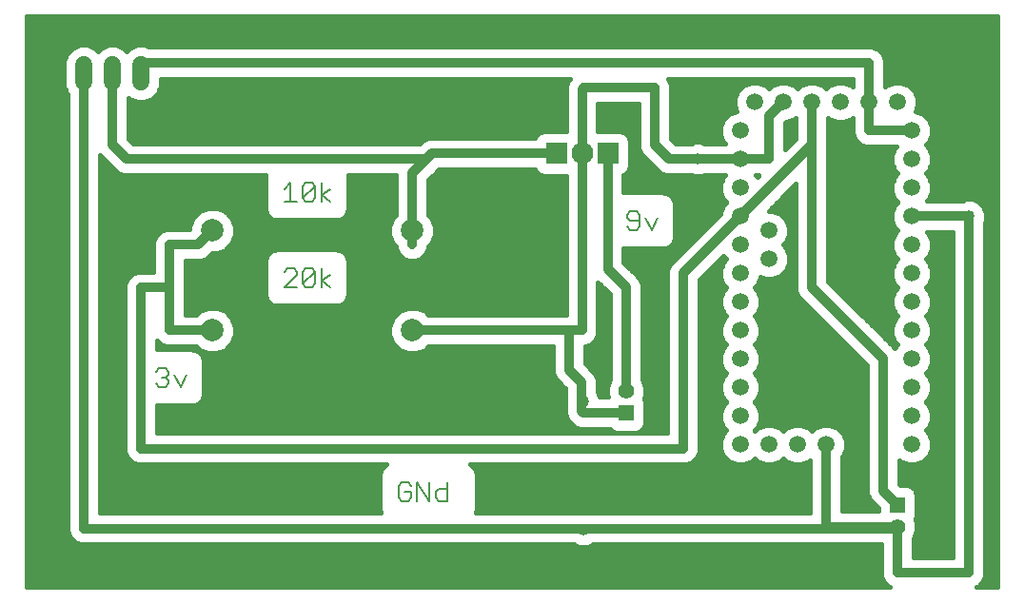
<source format=gbl>
G75*
%MOIN*%
%OFA0B0*%
%FSLAX24Y24*%
%IPPOS*%
%LPD*%
%AMOC8*
5,1,8,0,0,1.08239X$1,22.5*
%
%ADD10C,0.0060*%
%ADD11C,0.0787*%
%ADD12R,0.0760X0.0760*%
%ADD13C,0.0760*%
%ADD14C,0.0600*%
%ADD15C,0.0594*%
%ADD16R,0.0560X0.0560*%
%ADD17C,0.0560*%
%ADD18C,0.0320*%
%ADD19C,0.0160*%
%ADD20C,0.0100*%
%ADD21C,0.0298*%
%ADD22C,0.0400*%
D10*
X004817Y007210D02*
X004710Y007317D01*
X004817Y007210D02*
X005030Y007210D01*
X005137Y007317D01*
X005137Y007424D01*
X005030Y007530D01*
X004924Y007530D01*
X005030Y007530D02*
X005137Y007637D01*
X005137Y007744D01*
X005030Y007851D01*
X004817Y007851D01*
X004710Y007744D01*
X005355Y007637D02*
X005568Y007210D01*
X005782Y007637D01*
X009210Y010710D02*
X009637Y010710D01*
X009855Y010817D02*
X009961Y010710D01*
X010175Y010710D01*
X010282Y010817D01*
X010282Y011244D01*
X009855Y010817D01*
X009855Y011244D01*
X009961Y011351D01*
X010175Y011351D01*
X010282Y011244D01*
X010499Y011351D02*
X010499Y010710D01*
X010499Y010924D02*
X010819Y011137D01*
X010499Y010924D02*
X010819Y010710D01*
X009637Y011137D02*
X009637Y011244D01*
X009530Y011351D01*
X009317Y011351D01*
X009210Y011244D01*
X009637Y011137D02*
X009210Y010710D01*
X009210Y013710D02*
X009637Y013710D01*
X009424Y013710D02*
X009424Y014351D01*
X009210Y014137D01*
X009855Y014244D02*
X009855Y013817D01*
X010282Y014244D01*
X010282Y013817D01*
X010175Y013710D01*
X009961Y013710D01*
X009855Y013817D01*
X009855Y014244D02*
X009961Y014351D01*
X010175Y014351D01*
X010282Y014244D01*
X010499Y014351D02*
X010499Y013710D01*
X010499Y013924D02*
X010819Y014137D01*
X010499Y013924D02*
X010819Y013710D01*
X021210Y013244D02*
X021210Y013137D01*
X021317Y013030D01*
X021637Y013030D01*
X021637Y012817D02*
X021637Y013244D01*
X021530Y013351D01*
X021317Y013351D01*
X021210Y013244D01*
X021210Y012817D02*
X021317Y012710D01*
X021530Y012710D01*
X021637Y012817D01*
X021855Y013137D02*
X022068Y012710D01*
X022282Y013137D01*
X014926Y003851D02*
X014926Y003210D01*
X014606Y003210D01*
X014499Y003317D01*
X014499Y003530D01*
X014606Y003637D01*
X014926Y003637D01*
X014282Y003851D02*
X014282Y003210D01*
X013855Y003851D01*
X013855Y003210D01*
X013637Y003317D02*
X013637Y003530D01*
X013424Y003530D01*
X013637Y003317D02*
X013530Y003210D01*
X013317Y003210D01*
X013210Y003317D01*
X013210Y003744D01*
X013317Y003851D01*
X013530Y003851D01*
X013637Y003744D01*
D11*
X013680Y009180D03*
X013680Y012680D03*
X006680Y012680D03*
X006680Y009180D03*
D12*
X018730Y015380D03*
X020530Y015380D03*
D13*
X019630Y015380D03*
D14*
X004180Y017880D02*
X004180Y018480D01*
X003180Y018480D02*
X003180Y017880D01*
X002180Y017880D02*
X002180Y018480D01*
D15*
X025180Y016180D03*
X025680Y017180D03*
X026680Y017180D03*
X027680Y017180D03*
X028680Y017180D03*
X029680Y017180D03*
X030680Y017180D03*
X031180Y016180D03*
X031180Y015180D03*
X031180Y014180D03*
X031180Y013180D03*
X031180Y012180D03*
X031180Y011180D03*
X031180Y010180D03*
X031180Y009180D03*
X031180Y008180D03*
X031180Y007180D03*
X031180Y006180D03*
X031180Y005180D03*
X028180Y005180D03*
X027180Y005180D03*
X026180Y005180D03*
X025180Y005180D03*
X025180Y006180D03*
X025180Y007180D03*
X025180Y008180D03*
X025180Y009180D03*
X025180Y010180D03*
X025180Y011180D03*
X026180Y011680D03*
X025180Y012180D03*
X026180Y012680D03*
X025180Y013180D03*
X025180Y014180D03*
X025180Y015180D03*
D16*
X021180Y006286D03*
X030680Y003074D03*
D17*
X030680Y002286D03*
X021180Y007074D03*
D18*
X021180Y010680D01*
X020530Y011330D01*
X020530Y015380D01*
X019630Y015380D02*
X019630Y009180D01*
X019180Y009180D01*
X019180Y007802D01*
X019620Y007362D01*
X019620Y006346D01*
X019680Y006286D01*
X021180Y006286D01*
X023180Y005042D02*
X004180Y005042D01*
X004180Y010680D01*
X005180Y010680D01*
X005180Y012180D01*
X006180Y012180D01*
X006680Y012680D01*
X005180Y010680D02*
X005180Y009180D01*
X006680Y009180D01*
X013680Y009180D02*
X019180Y009180D01*
X023180Y011180D02*
X023180Y005042D01*
X028180Y005180D02*
X028180Y002286D01*
X030680Y002286D01*
X030680Y000680D01*
X033180Y000680D01*
X033180Y013180D01*
X031180Y013180D01*
X027680Y015680D02*
X025180Y013180D01*
X023180Y011180D01*
X027680Y010680D02*
X030180Y008180D01*
X030180Y003574D01*
X030680Y003074D01*
X030680Y002286D02*
X030680Y002240D01*
X002180Y002240D01*
X002180Y018180D01*
X003180Y018180D02*
X003180Y015680D01*
X003680Y015180D01*
X014180Y015180D01*
X013680Y014680D01*
X013680Y012680D01*
X013680Y012180D01*
X014180Y015180D02*
X014380Y015380D01*
X018730Y015380D01*
X019630Y015380D02*
X019630Y017630D01*
X019680Y017680D01*
X022180Y017680D01*
X022180Y015680D01*
X022680Y015180D01*
X023680Y015180D01*
X026180Y015180D01*
X026180Y016680D01*
X026680Y017180D01*
X027680Y017180D02*
X027680Y015680D01*
X029680Y016180D02*
X029680Y017180D01*
X029680Y018569D01*
X004180Y018569D01*
X004180Y018180D01*
X027680Y017180D02*
X027680Y010680D01*
X029680Y016180D02*
X031180Y016180D01*
D19*
X030424Y000180D02*
X000180Y000180D01*
X030424Y000180D01*
X030363Y000205D01*
X030205Y000363D01*
X030120Y000569D01*
X030120Y001680D01*
X020029Y001680D01*
X020020Y001671D01*
X019799Y001580D01*
X019561Y001580D01*
X019340Y001671D01*
X019331Y001680D01*
X002291Y001680D01*
X002069Y001680D01*
X001863Y001765D01*
X001705Y001923D01*
X001620Y002129D01*
X001620Y017450D01*
X001587Y017483D01*
X001480Y017741D01*
X001480Y018619D01*
X001587Y018877D01*
X001783Y019073D01*
X002041Y019180D01*
X002319Y019180D01*
X002577Y019073D01*
X002680Y018970D01*
X002783Y019073D01*
X003041Y019180D01*
X003319Y019180D01*
X003577Y019073D01*
X003680Y018970D01*
X003783Y019073D01*
X004041Y019180D01*
X004319Y019180D01*
X004443Y019129D01*
X029791Y019129D01*
X029997Y019044D01*
X030155Y018886D01*
X030240Y018680D01*
X030240Y017725D01*
X030285Y017771D01*
X030541Y017877D01*
X030819Y017877D01*
X031075Y017771D01*
X031271Y017575D01*
X031377Y017319D01*
X031377Y017041D01*
X031309Y016877D01*
X031319Y016877D01*
X031575Y016771D01*
X031771Y016575D01*
X031877Y016319D01*
X031877Y016041D01*
X031771Y015785D01*
X031665Y015680D01*
X031771Y015575D01*
X031877Y015319D01*
X031877Y015041D01*
X031771Y014785D01*
X031665Y014680D01*
X031771Y014575D01*
X031877Y014319D01*
X031877Y014041D01*
X031771Y013785D01*
X031725Y013740D01*
X032964Y013740D01*
X033061Y013780D01*
X033299Y013780D01*
X033520Y013689D01*
X033689Y013520D01*
X033780Y013299D01*
X033780Y013061D01*
X033740Y012964D01*
X033740Y000569D01*
X033655Y000363D01*
X033497Y000205D01*
X033436Y000180D01*
X034180Y000180D01*
X034180Y020180D01*
X000180Y020180D01*
X000180Y000180D01*
X000180Y000339D02*
X030230Y000339D01*
X030150Y000497D02*
X000180Y000497D01*
X000180Y000656D02*
X030120Y000656D01*
X030120Y000814D02*
X000180Y000814D01*
X000180Y000973D02*
X030120Y000973D01*
X030120Y001131D02*
X000180Y001131D01*
X000180Y001290D02*
X030120Y001290D01*
X030120Y001448D02*
X000180Y001448D01*
X000180Y001607D02*
X019497Y001607D01*
X019863Y001607D02*
X030120Y001607D01*
X031240Y001607D02*
X032620Y001607D01*
X032620Y001765D02*
X031240Y001765D01*
X031240Y001885D02*
X031240Y001240D01*
X032620Y001240D01*
X032620Y012620D01*
X031725Y012620D01*
X031771Y012575D01*
X031877Y012319D01*
X031877Y012041D01*
X031771Y011785D01*
X031665Y011680D01*
X031771Y011575D01*
X031877Y011319D01*
X031877Y011041D01*
X031771Y010785D01*
X031665Y010680D01*
X031771Y010575D01*
X031877Y010319D01*
X031877Y010041D01*
X031771Y009785D01*
X031665Y009680D01*
X031771Y009575D01*
X031877Y009319D01*
X031877Y009041D01*
X031771Y008785D01*
X031665Y008680D01*
X031771Y008575D01*
X031877Y008319D01*
X031877Y008041D01*
X031771Y007785D01*
X031665Y007680D01*
X031771Y007575D01*
X031877Y007319D01*
X031877Y007041D01*
X031771Y006785D01*
X031665Y006680D01*
X031771Y006575D01*
X031877Y006319D01*
X031877Y006041D01*
X031771Y005785D01*
X031665Y005680D01*
X031771Y005575D01*
X031877Y005319D01*
X031877Y005041D01*
X031771Y004785D01*
X031575Y004589D01*
X031319Y004483D01*
X031041Y004483D01*
X030785Y004589D01*
X030740Y004635D01*
X030740Y003806D01*
X030792Y003754D01*
X031040Y003754D01*
X031187Y003693D01*
X031299Y003580D01*
X031360Y003433D01*
X031360Y002714D01*
X031299Y002568D01*
X031360Y002422D01*
X031360Y002151D01*
X031256Y001901D01*
X031240Y001885D01*
X031266Y001924D02*
X032620Y001924D01*
X032620Y002082D02*
X031331Y002082D01*
X031360Y002241D02*
X032620Y002241D01*
X032620Y002399D02*
X031360Y002399D01*
X031304Y002558D02*
X032620Y002558D01*
X032620Y002716D02*
X031360Y002716D01*
X031360Y002875D02*
X032620Y002875D01*
X032620Y003033D02*
X031360Y003033D01*
X031360Y003192D02*
X032620Y003192D01*
X032620Y003350D02*
X031360Y003350D01*
X031329Y003509D02*
X032620Y003509D01*
X032620Y003667D02*
X031212Y003667D01*
X030740Y003826D02*
X032620Y003826D01*
X032620Y003984D02*
X030740Y003984D01*
X030740Y004143D02*
X032620Y004143D01*
X032620Y004301D02*
X030740Y004301D01*
X030740Y004460D02*
X032620Y004460D01*
X032620Y004618D02*
X031604Y004618D01*
X031762Y004777D02*
X032620Y004777D01*
X032620Y004935D02*
X031833Y004935D01*
X031877Y005094D02*
X032620Y005094D01*
X032620Y005252D02*
X031877Y005252D01*
X031839Y005411D02*
X032620Y005411D01*
X032620Y005569D02*
X031773Y005569D01*
X031713Y005728D02*
X032620Y005728D01*
X032620Y005886D02*
X031812Y005886D01*
X031877Y006045D02*
X032620Y006045D01*
X032620Y006203D02*
X031877Y006203D01*
X031859Y006362D02*
X032620Y006362D01*
X032620Y006520D02*
X031793Y006520D01*
X031667Y006679D02*
X032620Y006679D01*
X032620Y006837D02*
X031792Y006837D01*
X031858Y006996D02*
X032620Y006996D01*
X032620Y007154D02*
X031877Y007154D01*
X031877Y007313D02*
X032620Y007313D01*
X032620Y007471D02*
X031814Y007471D01*
X031716Y007630D02*
X032620Y007630D01*
X032620Y007788D02*
X031772Y007788D01*
X031838Y007947D02*
X032620Y007947D01*
X032620Y008105D02*
X031877Y008105D01*
X031877Y008264D02*
X032620Y008264D01*
X032620Y008422D02*
X031834Y008422D01*
X031765Y008581D02*
X032620Y008581D01*
X032620Y008739D02*
X031725Y008739D01*
X031817Y008898D02*
X032620Y008898D01*
X032620Y009056D02*
X031877Y009056D01*
X031877Y009215D02*
X032620Y009215D01*
X032620Y009373D02*
X031854Y009373D01*
X031789Y009532D02*
X032620Y009532D01*
X032620Y009690D02*
X031676Y009690D01*
X031797Y009849D02*
X032620Y009849D01*
X032620Y010007D02*
X031863Y010007D01*
X031877Y010166D02*
X032620Y010166D01*
X032620Y010324D02*
X031875Y010324D01*
X031809Y010483D02*
X032620Y010483D01*
X032620Y010641D02*
X031704Y010641D01*
X031777Y010800D02*
X032620Y010800D01*
X032620Y010958D02*
X031842Y010958D01*
X031877Y011117D02*
X032620Y011117D01*
X032620Y011275D02*
X031877Y011275D01*
X031829Y011434D02*
X032620Y011434D01*
X032620Y011592D02*
X031753Y011592D01*
X031736Y011751D02*
X032620Y011751D01*
X032620Y011909D02*
X031822Y011909D01*
X031877Y012068D02*
X032620Y012068D01*
X032620Y012226D02*
X031877Y012226D01*
X031850Y012385D02*
X032620Y012385D01*
X032620Y012543D02*
X031784Y012543D01*
X030695Y012680D02*
X030589Y012575D01*
X030483Y012319D01*
X030483Y012041D01*
X030589Y011785D01*
X030695Y011680D01*
X030589Y011575D01*
X030483Y011319D01*
X030483Y011041D01*
X030589Y010785D01*
X030695Y010680D01*
X030589Y010575D01*
X030483Y010319D01*
X030483Y010041D01*
X030589Y009785D01*
X030695Y009680D01*
X030589Y009575D01*
X030483Y009319D01*
X030483Y009041D01*
X030589Y008785D01*
X030695Y008680D01*
X030589Y008575D01*
X030586Y008566D01*
X030497Y008655D01*
X028240Y010912D01*
X028240Y016635D01*
X028285Y016589D01*
X028541Y016483D01*
X028819Y016483D01*
X029075Y016589D01*
X029120Y016635D01*
X029120Y016069D01*
X029205Y015863D01*
X029363Y015705D01*
X029569Y015620D01*
X030635Y015620D01*
X030589Y015575D01*
X030483Y015319D01*
X030483Y015041D01*
X030589Y014785D01*
X030695Y014680D01*
X030589Y014575D01*
X030483Y014319D01*
X030483Y014041D01*
X030589Y013785D01*
X030695Y013680D01*
X030589Y013575D01*
X030483Y013319D01*
X030483Y013041D01*
X030589Y012785D01*
X030695Y012680D01*
X030673Y012702D02*
X028240Y012702D01*
X028240Y012860D02*
X030558Y012860D01*
X030493Y013019D02*
X028240Y013019D01*
X028240Y013177D02*
X030483Y013177D01*
X030490Y013336D02*
X028240Y013336D01*
X028240Y013494D02*
X030556Y013494D01*
X030667Y013653D02*
X028240Y013653D01*
X028240Y013811D02*
X030579Y013811D01*
X030513Y013970D02*
X028240Y013970D01*
X028240Y014128D02*
X030483Y014128D01*
X030483Y014287D02*
X028240Y014287D01*
X028240Y014445D02*
X030536Y014445D01*
X030618Y014604D02*
X028240Y014604D01*
X028240Y014762D02*
X030612Y014762D01*
X030533Y014921D02*
X028240Y014921D01*
X028240Y015079D02*
X030483Y015079D01*
X030483Y015238D02*
X028240Y015238D01*
X028240Y015396D02*
X030515Y015396D01*
X030581Y015555D02*
X028240Y015555D01*
X028240Y015713D02*
X029355Y015713D01*
X029202Y015872D02*
X028240Y015872D01*
X028240Y016030D02*
X029136Y016030D01*
X029120Y016189D02*
X028240Y016189D01*
X028240Y016347D02*
X029120Y016347D01*
X029120Y016506D02*
X028873Y016506D01*
X028487Y016506D02*
X028240Y016506D01*
X027120Y016506D02*
X026873Y016506D01*
X026819Y016483D02*
X026775Y016483D01*
X026740Y016448D01*
X026740Y015532D01*
X027120Y015912D01*
X027120Y016635D01*
X027075Y016589D01*
X026819Y016483D01*
X026740Y016347D02*
X027120Y016347D01*
X027120Y016189D02*
X026740Y016189D01*
X026740Y016030D02*
X027120Y016030D01*
X027080Y015872D02*
X026740Y015872D01*
X026740Y015713D02*
X026921Y015713D01*
X026763Y015555D02*
X026740Y015555D01*
X025828Y014620D02*
X025725Y014620D01*
X025771Y014575D01*
X025774Y014566D01*
X025828Y014620D01*
X025812Y014604D02*
X025742Y014604D01*
X024635Y014620D02*
X023896Y014620D01*
X023799Y014580D01*
X023561Y014580D01*
X023464Y014620D01*
X022569Y014620D01*
X022363Y014705D01*
X021863Y015205D01*
X021705Y015363D01*
X021620Y015569D01*
X021620Y017120D01*
X020190Y017120D01*
X020190Y016160D01*
X020990Y016160D01*
X021137Y016099D01*
X021249Y015987D01*
X021310Y015840D01*
X021310Y014920D01*
X021249Y014773D01*
X021137Y014661D01*
X021090Y014642D01*
X021090Y014013D01*
X022492Y014013D01*
X022527Y014010D01*
X022561Y014004D01*
X022595Y013995D01*
X022628Y013983D01*
X022659Y013968D01*
X022690Y013951D01*
X022718Y013931D01*
X022745Y013909D01*
X022770Y013884D01*
X022792Y013857D01*
X022812Y013828D01*
X022830Y013798D01*
X022845Y013767D01*
X022856Y013734D01*
X022865Y013700D01*
X022872Y013666D01*
X022875Y013631D01*
X022875Y012429D01*
X022872Y012394D01*
X022865Y012360D01*
X022856Y012326D01*
X022845Y012293D01*
X022830Y012262D01*
X022812Y012232D01*
X022792Y012203D01*
X022770Y012176D01*
X022745Y012151D01*
X022718Y012129D01*
X022690Y012109D01*
X022659Y012092D01*
X022628Y012077D01*
X022595Y012065D01*
X022561Y012056D01*
X022527Y012050D01*
X022492Y012047D01*
X021090Y012047D01*
X021090Y011562D01*
X021497Y011155D01*
X021655Y010997D01*
X021740Y010791D01*
X021740Y007475D01*
X021756Y007459D01*
X021860Y007209D01*
X021860Y006938D01*
X021799Y006792D01*
X021860Y006646D01*
X021860Y005927D01*
X021799Y005780D01*
X021687Y005667D01*
X021540Y005606D01*
X020820Y005606D01*
X020673Y005667D01*
X020614Y005726D01*
X019569Y005726D01*
X019363Y005812D01*
X019303Y005872D01*
X019145Y006029D01*
X019060Y006235D01*
X019060Y007130D01*
X018705Y007485D01*
X018620Y007691D01*
X018620Y008620D01*
X014242Y008620D01*
X014130Y008507D01*
X013838Y008386D01*
X013522Y008386D01*
X013230Y008507D01*
X013007Y008730D01*
X012886Y009022D01*
X012886Y009338D01*
X013007Y009630D01*
X013230Y009853D01*
X013522Y009974D01*
X013838Y009974D01*
X014130Y009853D01*
X014242Y009740D01*
X019070Y009740D01*
X019070Y014600D01*
X018270Y014600D01*
X018123Y014661D01*
X018011Y014773D01*
X017992Y014820D01*
X014612Y014820D01*
X014497Y014705D01*
X014240Y014448D01*
X014240Y013242D01*
X014353Y013130D01*
X014474Y012838D01*
X014474Y012522D01*
X014353Y012230D01*
X014240Y012118D01*
X014240Y012069D01*
X014155Y011863D01*
X013997Y011705D01*
X013791Y011620D01*
X013569Y011620D01*
X013363Y011705D01*
X013205Y011863D01*
X013120Y012069D01*
X013120Y012118D01*
X013007Y012230D01*
X012886Y012522D01*
X012886Y012838D01*
X013007Y013130D01*
X013120Y013242D01*
X013120Y014620D01*
X011433Y014620D01*
X011433Y013429D01*
X011430Y013394D01*
X011424Y013360D01*
X011415Y013326D01*
X011403Y013293D01*
X011388Y013262D01*
X011371Y013232D01*
X011351Y013203D01*
X011329Y013176D01*
X011304Y013151D01*
X011277Y013129D01*
X011248Y013109D01*
X011218Y013092D01*
X011187Y013077D01*
X011154Y013065D01*
X011120Y013056D01*
X011086Y013050D01*
X011051Y013047D01*
X008929Y013047D01*
X008894Y013050D01*
X008860Y013056D01*
X008826Y013065D01*
X008793Y013077D01*
X008762Y013092D01*
X008732Y013109D01*
X008703Y013129D01*
X008676Y013151D01*
X008651Y013176D01*
X008629Y013203D01*
X008609Y013232D01*
X008592Y013262D01*
X008577Y013293D01*
X008565Y013326D01*
X008556Y013360D01*
X008550Y013394D01*
X008547Y013429D01*
X008547Y014620D01*
X003569Y014620D01*
X003363Y014705D01*
X003205Y014863D01*
X002740Y015328D01*
X002740Y002800D01*
X012574Y002800D01*
X012565Y002826D01*
X012556Y002860D01*
X012550Y002894D01*
X012547Y002929D01*
X012547Y004131D01*
X012550Y004166D01*
X012556Y004200D01*
X012565Y004234D01*
X012577Y004267D01*
X012592Y004298D01*
X012609Y004328D01*
X012629Y004357D01*
X012651Y004384D01*
X012676Y004409D01*
X012703Y004431D01*
X012732Y004451D01*
X012762Y004468D01*
X012791Y004482D01*
X004069Y004482D01*
X003863Y004567D01*
X003705Y004725D01*
X003620Y004931D01*
X003620Y010791D01*
X003705Y010997D01*
X003863Y011155D01*
X004069Y011240D01*
X004620Y011240D01*
X004620Y012291D01*
X004705Y012497D01*
X004863Y012655D01*
X005069Y012740D01*
X005886Y012740D01*
X005886Y012838D01*
X006007Y013130D01*
X006230Y013353D01*
X006522Y013474D01*
X006838Y013474D01*
X007130Y013353D01*
X007353Y013130D01*
X007474Y012838D01*
X007474Y012522D01*
X007353Y012230D01*
X007130Y012007D01*
X006838Y011886D01*
X006678Y011886D01*
X006655Y011863D01*
X006497Y011705D01*
X006291Y011620D01*
X005740Y011620D01*
X005740Y009740D01*
X006118Y009740D01*
X006230Y009853D01*
X006522Y009974D01*
X006838Y009974D01*
X007130Y009853D01*
X007353Y009630D01*
X007474Y009338D01*
X007474Y009022D01*
X007353Y008730D01*
X007130Y008507D01*
X006838Y008386D01*
X006522Y008386D01*
X006230Y008507D01*
X006118Y008620D01*
X005069Y008620D01*
X004863Y008705D01*
X004740Y008828D01*
X004740Y008513D01*
X005992Y008513D01*
X006027Y008510D01*
X006061Y008504D01*
X006095Y008495D01*
X006128Y008483D01*
X006159Y008468D01*
X006190Y008451D01*
X006218Y008431D01*
X006245Y008409D01*
X006270Y008384D01*
X006292Y008357D01*
X006312Y008328D01*
X006330Y008298D01*
X006345Y008267D01*
X006356Y008234D01*
X006365Y008200D01*
X006372Y008166D01*
X006375Y008131D01*
X006375Y006929D01*
X006372Y006894D01*
X006365Y006860D01*
X006356Y006826D01*
X006345Y006793D01*
X006330Y006762D01*
X006312Y006732D01*
X006292Y006703D01*
X006270Y006676D01*
X006245Y006651D01*
X006218Y006629D01*
X006190Y006609D01*
X006159Y006592D01*
X006128Y006577D01*
X006095Y006565D01*
X006061Y006556D01*
X006027Y006550D01*
X005992Y006547D01*
X004740Y006547D01*
X004740Y005602D01*
X022620Y005602D01*
X022620Y011291D01*
X022705Y011497D01*
X022863Y011655D01*
X024483Y013275D01*
X024483Y013319D01*
X024589Y013575D01*
X024695Y013680D01*
X024589Y013785D01*
X024483Y014041D01*
X024483Y014319D01*
X024589Y014575D01*
X024635Y014620D01*
X024618Y014604D02*
X023856Y014604D01*
X023504Y014604D02*
X021090Y014604D01*
X021090Y014445D02*
X024536Y014445D01*
X024483Y014287D02*
X021090Y014287D01*
X021090Y014128D02*
X024483Y014128D01*
X024513Y013970D02*
X022657Y013970D01*
X022822Y013811D02*
X024579Y013811D01*
X024667Y013653D02*
X022873Y013653D01*
X022875Y013494D02*
X024556Y013494D01*
X024490Y013336D02*
X022875Y013336D01*
X022875Y013177D02*
X024385Y013177D01*
X024227Y013019D02*
X022875Y013019D01*
X022875Y012860D02*
X024068Y012860D01*
X023910Y012702D02*
X022875Y012702D01*
X022875Y012543D02*
X023751Y012543D01*
X023593Y012385D02*
X022870Y012385D01*
X022808Y012226D02*
X023434Y012226D01*
X023276Y012068D02*
X022602Y012068D01*
X022959Y011751D02*
X021090Y011751D01*
X021090Y011909D02*
X023117Y011909D01*
X022863Y011655D02*
X022863Y011655D01*
X022800Y011592D02*
X021090Y011592D01*
X021218Y011434D02*
X022679Y011434D01*
X022620Y011275D02*
X021377Y011275D01*
X021535Y011117D02*
X022620Y011117D01*
X022620Y010958D02*
X021671Y010958D01*
X021737Y010800D02*
X022620Y010800D01*
X022620Y010641D02*
X021740Y010641D01*
X021740Y010483D02*
X022620Y010483D01*
X022620Y010324D02*
X021740Y010324D01*
X021740Y010166D02*
X022620Y010166D01*
X022620Y010007D02*
X021740Y010007D01*
X021740Y009849D02*
X022620Y009849D01*
X022620Y009690D02*
X021740Y009690D01*
X021740Y009532D02*
X022620Y009532D01*
X022620Y009373D02*
X021740Y009373D01*
X021740Y009215D02*
X022620Y009215D01*
X022620Y009056D02*
X021740Y009056D01*
X021740Y008898D02*
X022620Y008898D01*
X022620Y008739D02*
X021740Y008739D01*
X021740Y008581D02*
X022620Y008581D01*
X022620Y008422D02*
X021740Y008422D01*
X021740Y008264D02*
X022620Y008264D01*
X022620Y008105D02*
X021740Y008105D01*
X021740Y007947D02*
X022620Y007947D01*
X022620Y007788D02*
X021740Y007788D01*
X021740Y007630D02*
X022620Y007630D01*
X022620Y007471D02*
X021744Y007471D01*
X021817Y007313D02*
X022620Y007313D01*
X022620Y007154D02*
X021860Y007154D01*
X021860Y006996D02*
X022620Y006996D01*
X022620Y006837D02*
X021818Y006837D01*
X021846Y006679D02*
X022620Y006679D01*
X022620Y006520D02*
X021860Y006520D01*
X021860Y006362D02*
X022620Y006362D01*
X022620Y006203D02*
X021860Y006203D01*
X021860Y006045D02*
X022620Y006045D01*
X022620Y005886D02*
X021843Y005886D01*
X021747Y005728D02*
X022620Y005728D01*
X023740Y005728D02*
X024647Y005728D01*
X024695Y005680D02*
X024589Y005785D01*
X024483Y006041D01*
X024483Y006319D01*
X024589Y006575D01*
X024695Y006680D01*
X024589Y006785D01*
X024483Y007041D01*
X024483Y007319D01*
X024589Y007575D01*
X024695Y007680D01*
X024589Y007785D01*
X024483Y008041D01*
X024483Y008319D01*
X024589Y008575D01*
X024695Y008680D01*
X024589Y008785D01*
X024483Y009041D01*
X024483Y009319D01*
X024589Y009575D01*
X024695Y009680D01*
X024589Y009785D01*
X024483Y010041D01*
X024483Y010319D01*
X024589Y010575D01*
X024695Y010680D01*
X024589Y010785D01*
X024483Y011041D01*
X024483Y011319D01*
X024589Y011575D01*
X024695Y011680D01*
X024589Y011785D01*
X024586Y011794D01*
X023740Y010948D01*
X023740Y004931D01*
X023655Y004725D01*
X023497Y004567D01*
X023291Y004482D01*
X015702Y004482D01*
X015731Y004468D01*
X015762Y004451D01*
X015790Y004431D01*
X015817Y004409D01*
X015842Y004384D01*
X015864Y004357D01*
X015884Y004328D01*
X015902Y004298D01*
X015916Y004267D01*
X015928Y004234D01*
X015937Y004200D01*
X015943Y004166D01*
X015946Y004131D01*
X015946Y002929D01*
X015943Y002894D01*
X015937Y002860D01*
X015928Y002826D01*
X015919Y002800D01*
X027620Y002800D01*
X027620Y004635D01*
X027575Y004589D01*
X027319Y004483D01*
X027041Y004483D01*
X026785Y004589D01*
X026680Y004695D01*
X026575Y004589D01*
X026319Y004483D01*
X026041Y004483D01*
X025785Y004589D01*
X025680Y004695D01*
X025575Y004589D01*
X025319Y004483D01*
X025041Y004483D01*
X024785Y004589D01*
X024589Y004785D01*
X024483Y005041D01*
X024483Y005319D01*
X024589Y005575D01*
X024695Y005680D01*
X024587Y005569D02*
X023740Y005569D01*
X023740Y005411D02*
X024521Y005411D01*
X024483Y005252D02*
X023740Y005252D01*
X023740Y005094D02*
X024483Y005094D01*
X024527Y004935D02*
X023740Y004935D01*
X023676Y004777D02*
X024598Y004777D01*
X024756Y004618D02*
X023548Y004618D01*
X023740Y005886D02*
X024548Y005886D01*
X024483Y006045D02*
X023740Y006045D01*
X023740Y006203D02*
X024483Y006203D01*
X024501Y006362D02*
X023740Y006362D01*
X023740Y006520D02*
X024567Y006520D01*
X024693Y006679D02*
X023740Y006679D01*
X023740Y006837D02*
X024568Y006837D01*
X024502Y006996D02*
X023740Y006996D01*
X023740Y007154D02*
X024483Y007154D01*
X024483Y007313D02*
X023740Y007313D01*
X023740Y007471D02*
X024546Y007471D01*
X024644Y007630D02*
X023740Y007630D01*
X023740Y007788D02*
X024588Y007788D01*
X024522Y007947D02*
X023740Y007947D01*
X023740Y008105D02*
X024483Y008105D01*
X024483Y008264D02*
X023740Y008264D01*
X023740Y008422D02*
X024526Y008422D01*
X024595Y008581D02*
X023740Y008581D01*
X023740Y008739D02*
X024635Y008739D01*
X024543Y008898D02*
X023740Y008898D01*
X023740Y009056D02*
X024483Y009056D01*
X024483Y009215D02*
X023740Y009215D01*
X023740Y009373D02*
X024506Y009373D01*
X024571Y009532D02*
X023740Y009532D01*
X023740Y009690D02*
X024684Y009690D01*
X024563Y009849D02*
X023740Y009849D01*
X023740Y010007D02*
X024497Y010007D01*
X024483Y010166D02*
X023740Y010166D01*
X023740Y010324D02*
X024485Y010324D01*
X024551Y010483D02*
X023740Y010483D01*
X023740Y010641D02*
X024656Y010641D01*
X024583Y010800D02*
X023740Y010800D01*
X023750Y010958D02*
X024518Y010958D01*
X024483Y011117D02*
X023908Y011117D01*
X024067Y011275D02*
X024483Y011275D01*
X024531Y011434D02*
X024225Y011434D01*
X024384Y011592D02*
X024607Y011592D01*
X024624Y011751D02*
X024542Y011751D01*
X025877Y011051D02*
X026041Y010983D01*
X026319Y010983D01*
X026575Y011089D01*
X026771Y011285D01*
X026877Y011541D01*
X026877Y011819D01*
X026771Y012075D01*
X026665Y012180D01*
X026771Y012285D01*
X026877Y012541D01*
X026877Y012819D01*
X026771Y013075D01*
X026575Y013271D01*
X026319Y013377D01*
X026169Y013377D01*
X027120Y014328D01*
X027120Y010569D01*
X027205Y010363D01*
X029620Y007948D01*
X029620Y003462D01*
X029705Y003256D01*
X030000Y002962D01*
X030000Y002846D01*
X028740Y002846D01*
X028740Y004755D01*
X028771Y004785D01*
X028877Y005041D01*
X028877Y005319D01*
X028771Y005575D01*
X028575Y005771D01*
X028319Y005877D01*
X028041Y005877D01*
X027785Y005771D01*
X027680Y005665D01*
X027575Y005771D01*
X027319Y005877D01*
X027041Y005877D01*
X026785Y005771D01*
X026680Y005665D01*
X026575Y005771D01*
X026319Y005877D01*
X026041Y005877D01*
X025785Y005771D01*
X025680Y005665D01*
X025665Y005680D01*
X025771Y005785D01*
X025877Y006041D01*
X025877Y006319D01*
X025771Y006575D01*
X025665Y006680D01*
X025771Y006785D01*
X025877Y007041D01*
X025877Y007319D01*
X025771Y007575D01*
X025665Y007680D01*
X025771Y007785D01*
X025877Y008041D01*
X025877Y008319D01*
X025771Y008575D01*
X025665Y008680D01*
X025771Y008785D01*
X025877Y009041D01*
X025877Y009319D01*
X025771Y009575D01*
X025665Y009680D01*
X025771Y009785D01*
X025877Y010041D01*
X025877Y010319D01*
X025771Y010575D01*
X025665Y010680D01*
X025771Y010785D01*
X025877Y011041D01*
X025877Y011051D01*
X025842Y010958D02*
X027120Y010958D01*
X027120Y010800D02*
X025777Y010800D01*
X025704Y010641D02*
X027120Y010641D01*
X027156Y010483D02*
X025809Y010483D01*
X025875Y010324D02*
X027244Y010324D01*
X027403Y010166D02*
X025877Y010166D01*
X025863Y010007D02*
X027561Y010007D01*
X027720Y009849D02*
X025797Y009849D01*
X025676Y009690D02*
X027878Y009690D01*
X028037Y009532D02*
X025789Y009532D01*
X025854Y009373D02*
X028195Y009373D01*
X028354Y009215D02*
X025877Y009215D01*
X025877Y009056D02*
X028512Y009056D01*
X028671Y008898D02*
X025817Y008898D01*
X025725Y008739D02*
X028829Y008739D01*
X028988Y008581D02*
X025765Y008581D01*
X025834Y008422D02*
X029146Y008422D01*
X029305Y008264D02*
X025877Y008264D01*
X025877Y008105D02*
X029463Y008105D01*
X029620Y007947D02*
X025838Y007947D01*
X025772Y007788D02*
X029620Y007788D01*
X029620Y007630D02*
X025716Y007630D01*
X025814Y007471D02*
X029620Y007471D01*
X029620Y007313D02*
X025877Y007313D01*
X025877Y007154D02*
X029620Y007154D01*
X029620Y006996D02*
X025858Y006996D01*
X025792Y006837D02*
X029620Y006837D01*
X029620Y006679D02*
X025667Y006679D01*
X025793Y006520D02*
X029620Y006520D01*
X029620Y006362D02*
X025859Y006362D01*
X025877Y006203D02*
X029620Y006203D01*
X029620Y006045D02*
X025877Y006045D01*
X025812Y005886D02*
X029620Y005886D01*
X029620Y005728D02*
X028618Y005728D01*
X028773Y005569D02*
X029620Y005569D01*
X029620Y005411D02*
X028839Y005411D01*
X028877Y005252D02*
X029620Y005252D01*
X029620Y005094D02*
X028877Y005094D01*
X028833Y004935D02*
X029620Y004935D01*
X029620Y004777D02*
X028762Y004777D01*
X028740Y004618D02*
X029620Y004618D01*
X029620Y004460D02*
X028740Y004460D01*
X028740Y004301D02*
X029620Y004301D01*
X029620Y004143D02*
X028740Y004143D01*
X028740Y003984D02*
X029620Y003984D01*
X029620Y003826D02*
X028740Y003826D01*
X028740Y003667D02*
X029620Y003667D01*
X029620Y003509D02*
X028740Y003509D01*
X028740Y003350D02*
X029667Y003350D01*
X029770Y003192D02*
X028740Y003192D01*
X028740Y003033D02*
X029929Y003033D01*
X030000Y002875D02*
X028740Y002875D01*
X027620Y002875D02*
X015940Y002875D01*
X015946Y003033D02*
X027620Y003033D01*
X027620Y003192D02*
X015946Y003192D01*
X015946Y003350D02*
X027620Y003350D01*
X027620Y003509D02*
X015946Y003509D01*
X015946Y003667D02*
X027620Y003667D01*
X027620Y003826D02*
X015946Y003826D01*
X015946Y003984D02*
X027620Y003984D01*
X027620Y004143D02*
X015945Y004143D01*
X015900Y004301D02*
X027620Y004301D01*
X027620Y004460D02*
X015747Y004460D01*
X012746Y004460D02*
X002740Y004460D01*
X002740Y004618D02*
X003812Y004618D01*
X003684Y004777D02*
X002740Y004777D01*
X002740Y004935D02*
X003620Y004935D01*
X003620Y005094D02*
X002740Y005094D01*
X002740Y005252D02*
X003620Y005252D01*
X003620Y005411D02*
X002740Y005411D01*
X002740Y005569D02*
X003620Y005569D01*
X003620Y005728D02*
X002740Y005728D01*
X002740Y005886D02*
X003620Y005886D01*
X003620Y006045D02*
X002740Y006045D01*
X002740Y006203D02*
X003620Y006203D01*
X003620Y006362D02*
X002740Y006362D01*
X002740Y006520D02*
X003620Y006520D01*
X003620Y006679D02*
X002740Y006679D01*
X002740Y006837D02*
X003620Y006837D01*
X003620Y006996D02*
X002740Y006996D01*
X002740Y007154D02*
X003620Y007154D01*
X003620Y007313D02*
X002740Y007313D01*
X002740Y007471D02*
X003620Y007471D01*
X003620Y007630D02*
X002740Y007630D01*
X002740Y007788D02*
X003620Y007788D01*
X003620Y007947D02*
X002740Y007947D01*
X002740Y008105D02*
X003620Y008105D01*
X003620Y008264D02*
X002740Y008264D01*
X002740Y008422D02*
X003620Y008422D01*
X003620Y008581D02*
X002740Y008581D01*
X002740Y008739D02*
X003620Y008739D01*
X003620Y008898D02*
X002740Y008898D01*
X002740Y009056D02*
X003620Y009056D01*
X003620Y009215D02*
X002740Y009215D01*
X002740Y009373D02*
X003620Y009373D01*
X003620Y009532D02*
X002740Y009532D01*
X002740Y009690D02*
X003620Y009690D01*
X003620Y009849D02*
X002740Y009849D01*
X002740Y010007D02*
X003620Y010007D01*
X003620Y010166D02*
X002740Y010166D01*
X002740Y010324D02*
X003620Y010324D01*
X003620Y010483D02*
X002740Y010483D01*
X002740Y010641D02*
X003620Y010641D01*
X003623Y010800D02*
X002740Y010800D01*
X002740Y010958D02*
X003689Y010958D01*
X003825Y011117D02*
X002740Y011117D01*
X002740Y011275D02*
X004620Y011275D01*
X004620Y011434D02*
X002740Y011434D01*
X002740Y011592D02*
X004620Y011592D01*
X004620Y011751D02*
X002740Y011751D01*
X002740Y011909D02*
X004620Y011909D01*
X004620Y012068D02*
X002740Y012068D01*
X002740Y012226D02*
X004620Y012226D01*
X004659Y012385D02*
X002740Y012385D01*
X002740Y012543D02*
X004751Y012543D01*
X004976Y012702D02*
X002740Y012702D01*
X002740Y012860D02*
X005895Y012860D01*
X005961Y013019D02*
X002740Y013019D01*
X002740Y013177D02*
X006055Y013177D01*
X006213Y013336D02*
X002740Y013336D01*
X002740Y013494D02*
X008547Y013494D01*
X008547Y013653D02*
X002740Y013653D01*
X002740Y013811D02*
X008547Y013811D01*
X008547Y013970D02*
X002740Y013970D01*
X002740Y014128D02*
X008547Y014128D01*
X008547Y014287D02*
X002740Y014287D01*
X002740Y014445D02*
X008547Y014445D01*
X008547Y014604D02*
X002740Y014604D01*
X002740Y014762D02*
X003306Y014762D01*
X003148Y014921D02*
X002740Y014921D01*
X002740Y015079D02*
X002989Y015079D01*
X002831Y015238D02*
X002740Y015238D01*
X001620Y015238D02*
X000180Y015238D01*
X000180Y015396D02*
X001620Y015396D01*
X001620Y015555D02*
X000180Y015555D01*
X000180Y015713D02*
X001620Y015713D01*
X001620Y015872D02*
X000180Y015872D01*
X000180Y016030D02*
X001620Y016030D01*
X001620Y016189D02*
X000180Y016189D01*
X000180Y016347D02*
X001620Y016347D01*
X001620Y016506D02*
X000180Y016506D01*
X000180Y016664D02*
X001620Y016664D01*
X001620Y016823D02*
X000180Y016823D01*
X000180Y016981D02*
X001620Y016981D01*
X001620Y017140D02*
X000180Y017140D01*
X000180Y017298D02*
X001620Y017298D01*
X001614Y017457D02*
X000180Y017457D01*
X000180Y017615D02*
X001532Y017615D01*
X001480Y017774D02*
X000180Y017774D01*
X000180Y017932D02*
X001480Y017932D01*
X001480Y018091D02*
X000180Y018091D01*
X000180Y018249D02*
X001480Y018249D01*
X001480Y018408D02*
X000180Y018408D01*
X000180Y018566D02*
X001480Y018566D01*
X001524Y018725D02*
X000180Y018725D01*
X000180Y018883D02*
X001593Y018883D01*
X001752Y019042D02*
X000180Y019042D01*
X000180Y019200D02*
X034180Y019200D01*
X034180Y019042D02*
X029999Y019042D01*
X030156Y018883D02*
X034180Y018883D01*
X034180Y018725D02*
X030222Y018725D01*
X030240Y018566D02*
X034180Y018566D01*
X034180Y018408D02*
X030240Y018408D01*
X030240Y018249D02*
X034180Y018249D01*
X034180Y018091D02*
X030240Y018091D01*
X030240Y017932D02*
X034180Y017932D01*
X034180Y017774D02*
X031068Y017774D01*
X031230Y017615D02*
X034180Y017615D01*
X034180Y017457D02*
X031320Y017457D01*
X031377Y017298D02*
X034180Y017298D01*
X034180Y017140D02*
X031377Y017140D01*
X031352Y016981D02*
X034180Y016981D01*
X034180Y016823D02*
X031450Y016823D01*
X031681Y016664D02*
X034180Y016664D01*
X034180Y016506D02*
X031799Y016506D01*
X031865Y016347D02*
X034180Y016347D01*
X034180Y016189D02*
X031877Y016189D01*
X031872Y016030D02*
X034180Y016030D01*
X034180Y015872D02*
X031806Y015872D01*
X031699Y015713D02*
X034180Y015713D01*
X034180Y015555D02*
X031779Y015555D01*
X031845Y015396D02*
X034180Y015396D01*
X034180Y015238D02*
X031877Y015238D01*
X031877Y015079D02*
X034180Y015079D01*
X034180Y014921D02*
X031827Y014921D01*
X031748Y014762D02*
X034180Y014762D01*
X034180Y014604D02*
X031742Y014604D01*
X031824Y014445D02*
X034180Y014445D01*
X034180Y014287D02*
X031877Y014287D01*
X031877Y014128D02*
X034180Y014128D01*
X034180Y013970D02*
X031847Y013970D01*
X031781Y013811D02*
X034180Y013811D01*
X034180Y013653D02*
X033556Y013653D01*
X033699Y013494D02*
X034180Y013494D01*
X034180Y013336D02*
X033765Y013336D01*
X033780Y013177D02*
X034180Y013177D01*
X034180Y013019D02*
X033763Y013019D01*
X033740Y012860D02*
X034180Y012860D01*
X034180Y012702D02*
X033740Y012702D01*
X033740Y012543D02*
X034180Y012543D01*
X034180Y012385D02*
X033740Y012385D01*
X033740Y012226D02*
X034180Y012226D01*
X034180Y012068D02*
X033740Y012068D01*
X033740Y011909D02*
X034180Y011909D01*
X034180Y011751D02*
X033740Y011751D01*
X033740Y011592D02*
X034180Y011592D01*
X034180Y011434D02*
X033740Y011434D01*
X033740Y011275D02*
X034180Y011275D01*
X034180Y011117D02*
X033740Y011117D01*
X033740Y010958D02*
X034180Y010958D01*
X034180Y010800D02*
X033740Y010800D01*
X033740Y010641D02*
X034180Y010641D01*
X034180Y010483D02*
X033740Y010483D01*
X033740Y010324D02*
X034180Y010324D01*
X034180Y010166D02*
X033740Y010166D01*
X033740Y010007D02*
X034180Y010007D01*
X034180Y009849D02*
X033740Y009849D01*
X033740Y009690D02*
X034180Y009690D01*
X034180Y009532D02*
X033740Y009532D01*
X033740Y009373D02*
X034180Y009373D01*
X034180Y009215D02*
X033740Y009215D01*
X033740Y009056D02*
X034180Y009056D01*
X034180Y008898D02*
X033740Y008898D01*
X033740Y008739D02*
X034180Y008739D01*
X034180Y008581D02*
X033740Y008581D01*
X033740Y008422D02*
X034180Y008422D01*
X034180Y008264D02*
X033740Y008264D01*
X033740Y008105D02*
X034180Y008105D01*
X034180Y007947D02*
X033740Y007947D01*
X033740Y007788D02*
X034180Y007788D01*
X034180Y007630D02*
X033740Y007630D01*
X033740Y007471D02*
X034180Y007471D01*
X034180Y007313D02*
X033740Y007313D01*
X033740Y007154D02*
X034180Y007154D01*
X034180Y006996D02*
X033740Y006996D01*
X033740Y006837D02*
X034180Y006837D01*
X034180Y006679D02*
X033740Y006679D01*
X033740Y006520D02*
X034180Y006520D01*
X034180Y006362D02*
X033740Y006362D01*
X033740Y006203D02*
X034180Y006203D01*
X034180Y006045D02*
X033740Y006045D01*
X033740Y005886D02*
X034180Y005886D01*
X034180Y005728D02*
X033740Y005728D01*
X033740Y005569D02*
X034180Y005569D01*
X034180Y005411D02*
X033740Y005411D01*
X033740Y005252D02*
X034180Y005252D01*
X034180Y005094D02*
X033740Y005094D01*
X033740Y004935D02*
X034180Y004935D01*
X034180Y004777D02*
X033740Y004777D01*
X033740Y004618D02*
X034180Y004618D01*
X034180Y004460D02*
X033740Y004460D01*
X033740Y004301D02*
X034180Y004301D01*
X034180Y004143D02*
X033740Y004143D01*
X033740Y003984D02*
X034180Y003984D01*
X034180Y003826D02*
X033740Y003826D01*
X033740Y003667D02*
X034180Y003667D01*
X034180Y003509D02*
X033740Y003509D01*
X033740Y003350D02*
X034180Y003350D01*
X034180Y003192D02*
X033740Y003192D01*
X033740Y003033D02*
X034180Y003033D01*
X034180Y002875D02*
X033740Y002875D01*
X033740Y002716D02*
X034180Y002716D01*
X034180Y002558D02*
X033740Y002558D01*
X033740Y002399D02*
X034180Y002399D01*
X034180Y002241D02*
X033740Y002241D01*
X033740Y002082D02*
X034180Y002082D01*
X034180Y001924D02*
X033740Y001924D01*
X033740Y001765D02*
X034180Y001765D01*
X034180Y001607D02*
X033740Y001607D01*
X033740Y001448D02*
X034180Y001448D01*
X034180Y001290D02*
X033740Y001290D01*
X033740Y001131D02*
X034180Y001131D01*
X034180Y000973D02*
X033740Y000973D01*
X033740Y000814D02*
X034180Y000814D01*
X034180Y000656D02*
X033740Y000656D01*
X033710Y000497D02*
X034180Y000497D01*
X034180Y000339D02*
X033630Y000339D01*
X033436Y000180D02*
X034180Y000180D01*
X032620Y001290D02*
X031240Y001290D01*
X031240Y001448D02*
X032620Y001448D01*
X030756Y004618D02*
X030740Y004618D01*
X027620Y004618D02*
X027604Y004618D01*
X026756Y004618D02*
X026604Y004618D01*
X025756Y004618D02*
X025604Y004618D01*
X025713Y005728D02*
X025742Y005728D01*
X026618Y005728D02*
X026742Y005728D01*
X027618Y005728D02*
X027742Y005728D01*
X030571Y008581D02*
X030595Y008581D01*
X030635Y008739D02*
X030413Y008739D01*
X030543Y008898D02*
X030254Y008898D01*
X030096Y009056D02*
X030483Y009056D01*
X030483Y009215D02*
X029937Y009215D01*
X029779Y009373D02*
X030506Y009373D01*
X030571Y009532D02*
X029620Y009532D01*
X029462Y009690D02*
X030684Y009690D01*
X030563Y009849D02*
X029303Y009849D01*
X029145Y010007D02*
X030497Y010007D01*
X030483Y010166D02*
X028986Y010166D01*
X028828Y010324D02*
X030485Y010324D01*
X030551Y010483D02*
X028669Y010483D01*
X028511Y010641D02*
X030656Y010641D01*
X030583Y010800D02*
X028352Y010800D01*
X028240Y010958D02*
X030518Y010958D01*
X030483Y011117D02*
X028240Y011117D01*
X028240Y011275D02*
X030483Y011275D01*
X030531Y011434D02*
X028240Y011434D01*
X028240Y011592D02*
X030607Y011592D01*
X030624Y011751D02*
X028240Y011751D01*
X028240Y011909D02*
X030538Y011909D01*
X030483Y012068D02*
X028240Y012068D01*
X028240Y012226D02*
X030483Y012226D01*
X030510Y012385D02*
X028240Y012385D01*
X028240Y012543D02*
X030576Y012543D01*
X027120Y012543D02*
X026877Y012543D01*
X026877Y012702D02*
X027120Y012702D01*
X027120Y012860D02*
X026860Y012860D01*
X026794Y013019D02*
X027120Y013019D01*
X027120Y013177D02*
X026668Y013177D01*
X026418Y013336D02*
X027120Y013336D01*
X027120Y013494D02*
X026286Y013494D01*
X026444Y013653D02*
X027120Y013653D01*
X027120Y013811D02*
X026603Y013811D01*
X026761Y013970D02*
X027120Y013970D01*
X027120Y014128D02*
X026920Y014128D01*
X027078Y014287D02*
X027120Y014287D01*
X024635Y015740D02*
X024589Y015785D01*
X024483Y016041D01*
X024483Y016319D01*
X024589Y016575D01*
X024785Y016771D01*
X025041Y016877D01*
X025051Y016877D01*
X024983Y017041D01*
X024983Y017319D01*
X025089Y017575D01*
X025285Y017771D01*
X025541Y017877D01*
X025819Y017877D01*
X026075Y017771D01*
X026180Y017665D01*
X026285Y017771D01*
X026541Y017877D01*
X026819Y017877D01*
X027075Y017771D01*
X027180Y017665D01*
X027285Y017771D01*
X027541Y017877D01*
X027819Y017877D01*
X028075Y017771D01*
X028180Y017665D01*
X028285Y017771D01*
X028541Y017877D01*
X028819Y017877D01*
X029075Y017771D01*
X029120Y017725D01*
X029120Y018009D01*
X022643Y018009D01*
X022655Y017997D01*
X022740Y017791D01*
X022740Y015912D01*
X022912Y015740D01*
X023464Y015740D01*
X023561Y015780D01*
X023799Y015780D01*
X023896Y015740D01*
X024635Y015740D01*
X024554Y015872D02*
X022780Y015872D01*
X022740Y016030D02*
X024488Y016030D01*
X024483Y016189D02*
X022740Y016189D01*
X022740Y016347D02*
X024495Y016347D01*
X024561Y016506D02*
X022740Y016506D01*
X022740Y016664D02*
X024679Y016664D01*
X024910Y016823D02*
X022740Y016823D01*
X022740Y016981D02*
X025008Y016981D01*
X024983Y017140D02*
X022740Y017140D01*
X022740Y017298D02*
X024983Y017298D01*
X025040Y017457D02*
X022740Y017457D01*
X022740Y017615D02*
X025130Y017615D01*
X025292Y017774D02*
X022740Y017774D01*
X022682Y017932D02*
X029120Y017932D01*
X029120Y017774D02*
X029068Y017774D01*
X028292Y017774D02*
X028068Y017774D01*
X027292Y017774D02*
X027068Y017774D01*
X026292Y017774D02*
X026068Y017774D01*
X022148Y014921D02*
X021310Y014921D01*
X021310Y015079D02*
X021989Y015079D01*
X021831Y015238D02*
X021310Y015238D01*
X021310Y015396D02*
X021691Y015396D01*
X021626Y015555D02*
X021310Y015555D01*
X021310Y015713D02*
X021620Y015713D01*
X021620Y015872D02*
X021297Y015872D01*
X021206Y016030D02*
X021620Y016030D01*
X021620Y016189D02*
X020190Y016189D01*
X020190Y016347D02*
X021620Y016347D01*
X021620Y016506D02*
X020190Y016506D01*
X020190Y016664D02*
X021620Y016664D01*
X021620Y016823D02*
X020190Y016823D01*
X020190Y016981D02*
X021620Y016981D01*
X019070Y016981D02*
X003740Y016981D01*
X003740Y016823D02*
X019070Y016823D01*
X019070Y016664D02*
X003740Y016664D01*
X003740Y016506D02*
X019070Y016506D01*
X019070Y016347D02*
X003740Y016347D01*
X003740Y016189D02*
X019070Y016189D01*
X019070Y016160D02*
X019070Y017741D01*
X019155Y017947D01*
X019217Y018009D01*
X004880Y018009D01*
X004880Y017741D01*
X004773Y017483D01*
X004577Y017287D01*
X004319Y017180D01*
X004041Y017180D01*
X003783Y017287D01*
X003740Y017330D01*
X003740Y015912D01*
X003912Y015740D01*
X013948Y015740D01*
X014063Y015855D01*
X014269Y015940D01*
X017992Y015940D01*
X018011Y015987D01*
X018123Y016099D01*
X018270Y016160D01*
X019070Y016160D01*
X019630Y015380D02*
X019635Y015179D01*
X019680Y015179D01*
X019070Y014445D02*
X014240Y014445D01*
X014240Y014287D02*
X019070Y014287D01*
X019070Y014128D02*
X014240Y014128D01*
X014240Y013970D02*
X019070Y013970D01*
X019070Y013811D02*
X014240Y013811D01*
X014240Y013653D02*
X019070Y013653D01*
X019070Y013494D02*
X014240Y013494D01*
X014240Y013336D02*
X019070Y013336D01*
X019070Y013177D02*
X014305Y013177D01*
X014399Y013019D02*
X019070Y013019D01*
X019070Y012860D02*
X014465Y012860D01*
X014474Y012702D02*
X019070Y012702D01*
X019070Y012543D02*
X014474Y012543D01*
X014417Y012385D02*
X019070Y012385D01*
X019070Y012226D02*
X014348Y012226D01*
X014240Y012068D02*
X019070Y012068D01*
X019070Y011909D02*
X014174Y011909D01*
X014042Y011751D02*
X019070Y011751D01*
X019070Y011592D02*
X011433Y011592D01*
X011433Y011631D02*
X011430Y011666D01*
X011424Y011700D01*
X011415Y011734D01*
X011403Y011767D01*
X011388Y011798D01*
X011371Y011828D01*
X011351Y011857D01*
X011329Y011884D01*
X011304Y011909D01*
X011277Y011931D01*
X011248Y011951D01*
X011218Y011968D01*
X011187Y011983D01*
X011154Y011995D01*
X011120Y012004D01*
X011086Y012010D01*
X011051Y012013D01*
X008929Y012013D01*
X008894Y012010D01*
X008860Y012004D01*
X008826Y011995D01*
X008793Y011983D01*
X008762Y011968D01*
X008732Y011951D01*
X008703Y011931D01*
X008676Y011909D01*
X008651Y011884D01*
X008629Y011857D01*
X008609Y011828D01*
X008592Y011798D01*
X008577Y011767D01*
X008565Y011734D01*
X008556Y011700D01*
X008550Y011666D01*
X008547Y011631D01*
X008547Y010429D01*
X008550Y010394D01*
X008556Y010360D01*
X008565Y010326D01*
X008577Y010293D01*
X008592Y010262D01*
X008609Y010232D01*
X008629Y010203D01*
X008651Y010176D01*
X008676Y010151D01*
X008703Y010129D01*
X008732Y010109D01*
X008762Y010092D01*
X008793Y010077D01*
X008826Y010065D01*
X008860Y010056D01*
X008894Y010050D01*
X008929Y010047D01*
X011051Y010047D01*
X011086Y010050D01*
X011120Y010056D01*
X011154Y010065D01*
X011187Y010077D01*
X011218Y010092D01*
X011248Y010109D01*
X011277Y010129D01*
X011304Y010151D01*
X011329Y010176D01*
X011351Y010203D01*
X011371Y010232D01*
X011388Y010262D01*
X011403Y010293D01*
X011415Y010326D01*
X011424Y010360D01*
X011430Y010394D01*
X011433Y010429D01*
X011433Y011631D01*
X011409Y011751D02*
X013318Y011751D01*
X013186Y011909D02*
X011303Y011909D01*
X011433Y011434D02*
X019070Y011434D01*
X019070Y011275D02*
X011433Y011275D01*
X011433Y011117D02*
X019070Y011117D01*
X019070Y010958D02*
X011433Y010958D01*
X011433Y010800D02*
X019070Y010800D01*
X019070Y010641D02*
X011433Y010641D01*
X011433Y010483D02*
X019070Y010483D01*
X019070Y010324D02*
X011414Y010324D01*
X011318Y010166D02*
X019070Y010166D01*
X019070Y010007D02*
X005740Y010007D01*
X005740Y009849D02*
X006226Y009849D01*
X005740Y010166D02*
X008662Y010166D01*
X008566Y010324D02*
X005740Y010324D01*
X005740Y010483D02*
X008547Y010483D01*
X008547Y010641D02*
X005740Y010641D01*
X005740Y010800D02*
X008547Y010800D01*
X008547Y010958D02*
X005740Y010958D01*
X005740Y011117D02*
X008547Y011117D01*
X008547Y011275D02*
X005740Y011275D01*
X005740Y011434D02*
X008547Y011434D01*
X008547Y011592D02*
X005740Y011592D01*
X006542Y011751D02*
X008571Y011751D01*
X008677Y011909D02*
X006893Y011909D01*
X007190Y012068D02*
X013120Y012068D01*
X013012Y012226D02*
X007348Y012226D01*
X007417Y012385D02*
X012943Y012385D01*
X012886Y012543D02*
X007474Y012543D01*
X007474Y012702D02*
X012886Y012702D01*
X012895Y012860D02*
X007465Y012860D01*
X007399Y013019D02*
X012961Y013019D01*
X013055Y013177D02*
X011329Y013177D01*
X011418Y013336D02*
X013120Y013336D01*
X013120Y013494D02*
X011433Y013494D01*
X011433Y013653D02*
X013120Y013653D01*
X013120Y013811D02*
X011433Y013811D01*
X011433Y013970D02*
X013120Y013970D01*
X013120Y014128D02*
X011433Y014128D01*
X011433Y014287D02*
X013120Y014287D01*
X013120Y014445D02*
X011433Y014445D01*
X011433Y014604D02*
X013120Y014604D01*
X014395Y014604D02*
X018262Y014604D01*
X018022Y014762D02*
X014554Y014762D01*
X014497Y014705D02*
X014497Y014705D01*
X014103Y015872D02*
X003780Y015872D01*
X003740Y016030D02*
X018054Y016030D01*
X019070Y017140D02*
X003740Y017140D01*
X003740Y017298D02*
X003772Y017298D01*
X004588Y017298D02*
X019070Y017298D01*
X019070Y017457D02*
X004746Y017457D01*
X004828Y017615D02*
X019070Y017615D01*
X019083Y017774D02*
X004880Y017774D01*
X004880Y017932D02*
X019149Y017932D01*
X021238Y014762D02*
X022306Y014762D01*
X026712Y012226D02*
X027120Y012226D01*
X027120Y012068D02*
X026774Y012068D01*
X026839Y011909D02*
X027120Y011909D01*
X027120Y011751D02*
X026877Y011751D01*
X026877Y011592D02*
X027120Y011592D01*
X027120Y011434D02*
X026832Y011434D01*
X026761Y011275D02*
X027120Y011275D01*
X027120Y011117D02*
X026602Y011117D01*
X026812Y012385D02*
X027120Y012385D01*
X020620Y010448D02*
X020190Y010878D01*
X020190Y009069D01*
X020105Y008863D01*
X019947Y008705D01*
X019741Y008620D01*
X019740Y008620D01*
X019740Y008034D01*
X020095Y007679D01*
X020180Y007474D01*
X020180Y007029D01*
X020189Y007020D01*
X020261Y006846D01*
X020538Y006846D01*
X020500Y006938D01*
X020500Y007209D01*
X020604Y007459D01*
X020620Y007475D01*
X020620Y010448D01*
X020586Y010483D02*
X020190Y010483D01*
X020190Y010641D02*
X020427Y010641D01*
X020269Y010800D02*
X020190Y010800D01*
X020190Y010324D02*
X020620Y010324D01*
X020620Y010166D02*
X020190Y010166D01*
X020190Y010007D02*
X020620Y010007D01*
X020620Y009849D02*
X020190Y009849D01*
X020190Y009690D02*
X020620Y009690D01*
X020620Y009532D02*
X020190Y009532D01*
X020190Y009373D02*
X020620Y009373D01*
X020620Y009215D02*
X020190Y009215D01*
X020185Y009056D02*
X020620Y009056D01*
X020620Y008898D02*
X020119Y008898D01*
X019981Y008739D02*
X020620Y008739D01*
X020620Y008581D02*
X019740Y008581D01*
X019740Y008422D02*
X020620Y008422D01*
X020620Y008264D02*
X019740Y008264D01*
X019740Y008105D02*
X020620Y008105D01*
X020620Y007947D02*
X019828Y007947D01*
X019986Y007788D02*
X020620Y007788D01*
X020620Y007630D02*
X020115Y007630D01*
X020180Y007471D02*
X020616Y007471D01*
X020543Y007313D02*
X020180Y007313D01*
X020180Y007154D02*
X020500Y007154D01*
X020500Y006996D02*
X020199Y006996D01*
X021074Y006180D02*
X021092Y006182D01*
X021110Y006186D01*
X021127Y006194D01*
X021142Y006205D01*
X021155Y006218D01*
X021166Y006233D01*
X021174Y006250D01*
X021178Y006268D01*
X021180Y006286D01*
X019566Y005728D02*
X004740Y005728D01*
X004740Y005886D02*
X019288Y005886D01*
X019139Y006045D02*
X004740Y006045D01*
X004740Y006203D02*
X019073Y006203D01*
X019060Y006362D02*
X004740Y006362D01*
X004740Y006520D02*
X019060Y006520D01*
X019060Y006679D02*
X006272Y006679D01*
X006359Y006837D02*
X019060Y006837D01*
X019060Y006996D02*
X006375Y006996D01*
X006375Y007154D02*
X019036Y007154D01*
X018878Y007313D02*
X006375Y007313D01*
X006375Y007471D02*
X018719Y007471D01*
X018645Y007630D02*
X006375Y007630D01*
X006375Y007788D02*
X018620Y007788D01*
X018620Y007947D02*
X006375Y007947D01*
X006375Y008105D02*
X018620Y008105D01*
X018620Y008264D02*
X006346Y008264D01*
X006436Y008422D02*
X006229Y008422D01*
X006157Y008581D02*
X004740Y008581D01*
X004740Y008739D02*
X004829Y008739D01*
X006924Y008422D02*
X013436Y008422D01*
X013157Y008581D02*
X007203Y008581D01*
X007356Y008739D02*
X013004Y008739D01*
X012938Y008898D02*
X007422Y008898D01*
X007474Y009056D02*
X012886Y009056D01*
X012886Y009215D02*
X007474Y009215D01*
X007459Y009373D02*
X012901Y009373D01*
X012967Y009532D02*
X007393Y009532D01*
X007292Y009690D02*
X013068Y009690D01*
X013226Y009849D02*
X007134Y009849D01*
X007305Y013177D02*
X008651Y013177D01*
X008562Y013336D02*
X007147Y013336D01*
X001620Y013336D02*
X000180Y013336D01*
X000180Y013494D02*
X001620Y013494D01*
X001620Y013653D02*
X000180Y013653D01*
X000180Y013811D02*
X001620Y013811D01*
X001620Y013970D02*
X000180Y013970D01*
X000180Y014128D02*
X001620Y014128D01*
X001620Y014287D02*
X000180Y014287D01*
X000180Y014445D02*
X001620Y014445D01*
X001620Y014604D02*
X000180Y014604D01*
X000180Y014762D02*
X001620Y014762D01*
X001620Y014921D02*
X000180Y014921D01*
X000180Y015079D02*
X001620Y015079D01*
X001620Y013177D02*
X000180Y013177D01*
X000180Y013019D02*
X001620Y013019D01*
X001620Y012860D02*
X000180Y012860D01*
X000180Y012702D02*
X001620Y012702D01*
X001620Y012543D02*
X000180Y012543D01*
X000180Y012385D02*
X001620Y012385D01*
X001620Y012226D02*
X000180Y012226D01*
X000180Y012068D02*
X001620Y012068D01*
X001620Y011909D02*
X000180Y011909D01*
X000180Y011751D02*
X001620Y011751D01*
X001620Y011592D02*
X000180Y011592D01*
X000180Y011434D02*
X001620Y011434D01*
X001620Y011275D02*
X000180Y011275D01*
X000180Y011117D02*
X001620Y011117D01*
X001620Y010958D02*
X000180Y010958D01*
X000180Y010800D02*
X001620Y010800D01*
X001620Y010641D02*
X000180Y010641D01*
X000180Y010483D02*
X001620Y010483D01*
X001620Y010324D02*
X000180Y010324D01*
X000180Y010166D02*
X001620Y010166D01*
X001620Y010007D02*
X000180Y010007D01*
X000180Y009849D02*
X001620Y009849D01*
X001620Y009690D02*
X000180Y009690D01*
X000180Y009532D02*
X001620Y009532D01*
X001620Y009373D02*
X000180Y009373D01*
X000180Y009215D02*
X001620Y009215D01*
X001620Y009056D02*
X000180Y009056D01*
X000180Y008898D02*
X001620Y008898D01*
X001620Y008739D02*
X000180Y008739D01*
X000180Y008581D02*
X001620Y008581D01*
X001620Y008422D02*
X000180Y008422D01*
X000180Y008264D02*
X001620Y008264D01*
X001620Y008105D02*
X000180Y008105D01*
X000180Y007947D02*
X001620Y007947D01*
X001620Y007788D02*
X000180Y007788D01*
X000180Y007630D02*
X001620Y007630D01*
X001620Y007471D02*
X000180Y007471D01*
X000180Y007313D02*
X001620Y007313D01*
X001620Y007154D02*
X000180Y007154D01*
X000180Y006996D02*
X001620Y006996D01*
X001620Y006837D02*
X000180Y006837D01*
X000180Y006679D02*
X001620Y006679D01*
X001620Y006520D02*
X000180Y006520D01*
X000180Y006362D02*
X001620Y006362D01*
X001620Y006203D02*
X000180Y006203D01*
X000180Y006045D02*
X001620Y006045D01*
X001620Y005886D02*
X000180Y005886D01*
X000180Y005728D02*
X001620Y005728D01*
X001620Y005569D02*
X000180Y005569D01*
X000180Y005411D02*
X001620Y005411D01*
X001620Y005252D02*
X000180Y005252D01*
X000180Y005094D02*
X001620Y005094D01*
X001620Y004935D02*
X000180Y004935D01*
X000180Y004777D02*
X001620Y004777D01*
X001620Y004618D02*
X000180Y004618D01*
X000180Y004460D02*
X001620Y004460D01*
X001620Y004301D02*
X000180Y004301D01*
X000180Y004143D02*
X001620Y004143D01*
X001620Y003984D02*
X000180Y003984D01*
X000180Y003826D02*
X001620Y003826D01*
X001620Y003667D02*
X000180Y003667D01*
X000180Y003509D02*
X001620Y003509D01*
X001620Y003350D02*
X000180Y003350D01*
X000180Y003192D02*
X001620Y003192D01*
X001620Y003033D02*
X000180Y003033D01*
X000180Y002875D02*
X001620Y002875D01*
X001620Y002716D02*
X000180Y002716D01*
X000180Y002558D02*
X001620Y002558D01*
X001620Y002399D02*
X000180Y002399D01*
X000180Y002241D02*
X001620Y002241D01*
X001639Y002082D02*
X000180Y002082D01*
X000180Y001924D02*
X001705Y001924D01*
X001863Y001765D02*
X000180Y001765D01*
X002740Y002875D02*
X012553Y002875D01*
X012547Y003033D02*
X002740Y003033D01*
X002740Y003192D02*
X012547Y003192D01*
X012547Y003350D02*
X002740Y003350D01*
X002740Y003509D02*
X012547Y003509D01*
X012547Y003667D02*
X002740Y003667D01*
X002740Y003826D02*
X012547Y003826D01*
X012547Y003984D02*
X002740Y003984D01*
X002740Y004143D02*
X012548Y004143D01*
X012593Y004301D02*
X002740Y004301D01*
X013924Y008422D02*
X018620Y008422D01*
X018620Y008581D02*
X014203Y008581D01*
X014134Y009849D02*
X019070Y009849D01*
X030240Y017774D02*
X030292Y017774D01*
X034180Y019359D02*
X000180Y019359D01*
X000180Y019517D02*
X034180Y019517D01*
X034180Y019676D02*
X000180Y019676D01*
X000180Y019834D02*
X034180Y019834D01*
X034180Y019993D02*
X000180Y019993D01*
X000180Y020151D02*
X034180Y020151D01*
X003752Y019042D02*
X003608Y019042D01*
X002752Y019042D02*
X002608Y019042D01*
D20*
X025180Y013180D02*
X025680Y013680D01*
X030180Y002286D02*
X030680Y002286D01*
D21*
X033180Y013180D03*
D22*
X033180Y013180D03*
X023680Y015180D03*
X019680Y006680D03*
X019680Y002180D03*
M02*

</source>
